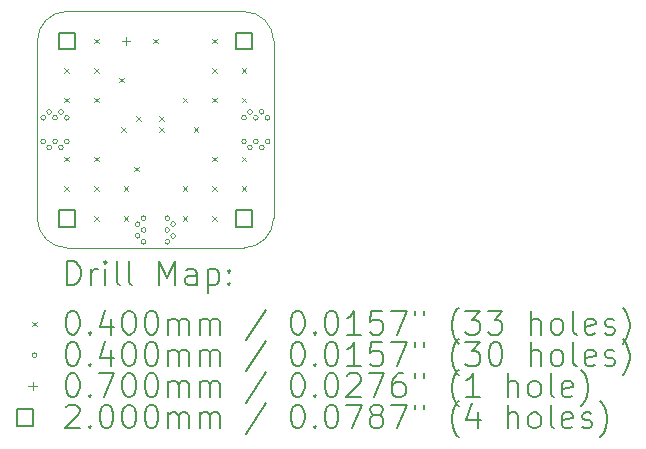
<source format=gbr>
%TF.GenerationSoftware,KiCad,Pcbnew,6.0.9+dfsg-1~bpo11+1*%
%TF.CreationDate,2022-11-28T09:52:02+01:00*%
%TF.ProjectId,017-johnson-counter,3031372d-6a6f-4686-9e73-6f6e2d636f75,1*%
%TF.SameCoordinates,Original*%
%TF.FileFunction,Drillmap*%
%TF.FilePolarity,Positive*%
%FSLAX45Y45*%
G04 Gerber Fmt 4.5, Leading zero omitted, Abs format (unit mm)*
G04 Created by KiCad (PCBNEW 6.0.9+dfsg-1~bpo11+1) date 2022-11-28 09:52:02*
%MOMM*%
%LPD*%
G01*
G04 APERTURE LIST*
%ADD10C,0.100000*%
%ADD11C,0.200000*%
%ADD12C,0.040000*%
%ADD13C,0.070000*%
G04 APERTURE END LIST*
D10*
X15250000Y-7500000D02*
G75*
G03*
X15000000Y-7750000I0J-250000D01*
G01*
X15250000Y-7500000D02*
X16750000Y-7500000D01*
X17000000Y-7750000D02*
G75*
G03*
X16750000Y-7500000I-250000J0D01*
G01*
X15000000Y-9250000D02*
X15000000Y-7750000D01*
X15000000Y-9250000D02*
G75*
G03*
X15250000Y-9500000I250000J0D01*
G01*
X17000000Y-7750000D02*
X17000000Y-9250000D01*
X16750000Y-9500000D02*
G75*
G03*
X17000000Y-9250000I0J250000D01*
G01*
X16750000Y-9500000D02*
X15250000Y-9500000D01*
D11*
D12*
X15230000Y-7980000D02*
X15270000Y-8020000D01*
X15270000Y-7980000D02*
X15230000Y-8020000D01*
X15230000Y-8230000D02*
X15270000Y-8270000D01*
X15270000Y-8230000D02*
X15230000Y-8270000D01*
X15230000Y-8730000D02*
X15270000Y-8770000D01*
X15270000Y-8730000D02*
X15230000Y-8770000D01*
X15230000Y-8980000D02*
X15270000Y-9020000D01*
X15270000Y-8980000D02*
X15230000Y-9020000D01*
X15480000Y-7730000D02*
X15520000Y-7770000D01*
X15520000Y-7730000D02*
X15480000Y-7770000D01*
X15480000Y-7980000D02*
X15520000Y-8020000D01*
X15520000Y-7980000D02*
X15480000Y-8020000D01*
X15480000Y-8230000D02*
X15520000Y-8270000D01*
X15520000Y-8230000D02*
X15480000Y-8270000D01*
X15480000Y-8730000D02*
X15520000Y-8770000D01*
X15520000Y-8730000D02*
X15480000Y-8770000D01*
X15480000Y-8980000D02*
X15520000Y-9020000D01*
X15520000Y-8980000D02*
X15480000Y-9020000D01*
X15480000Y-9230000D02*
X15520000Y-9270000D01*
X15520000Y-9230000D02*
X15480000Y-9270000D01*
X15694980Y-8059740D02*
X15734980Y-8099740D01*
X15734980Y-8059740D02*
X15694980Y-8099740D01*
X15706570Y-8481047D02*
X15746570Y-8521047D01*
X15746570Y-8481047D02*
X15706570Y-8521047D01*
X15730000Y-8980000D02*
X15770000Y-9020000D01*
X15770000Y-8980000D02*
X15730000Y-9020000D01*
X15730000Y-9230000D02*
X15770000Y-9270000D01*
X15770000Y-9230000D02*
X15730000Y-9270000D01*
X15816900Y-8814120D02*
X15856900Y-8854120D01*
X15856900Y-8814120D02*
X15816900Y-8854120D01*
X15836570Y-8387400D02*
X15876570Y-8427400D01*
X15876570Y-8387400D02*
X15836570Y-8427400D01*
X15980000Y-7730000D02*
X16020000Y-7770000D01*
X16020000Y-7730000D02*
X15980000Y-7770000D01*
X16031950Y-8386506D02*
X16071950Y-8426506D01*
X16071950Y-8386506D02*
X16031950Y-8426506D01*
X16031950Y-8481697D02*
X16071950Y-8521697D01*
X16071950Y-8481697D02*
X16031950Y-8521697D01*
X16230000Y-8230000D02*
X16270000Y-8270000D01*
X16270000Y-8230000D02*
X16230000Y-8270000D01*
X16230000Y-8980000D02*
X16270000Y-9020000D01*
X16270000Y-8980000D02*
X16230000Y-9020000D01*
X16230000Y-9230000D02*
X16270000Y-9270000D01*
X16270000Y-9230000D02*
X16230000Y-9270000D01*
X16322360Y-8476300D02*
X16362360Y-8516300D01*
X16362360Y-8476300D02*
X16322360Y-8516300D01*
X16480000Y-7730000D02*
X16520000Y-7770000D01*
X16520000Y-7730000D02*
X16480000Y-7770000D01*
X16480000Y-7980000D02*
X16520000Y-8020000D01*
X16520000Y-7980000D02*
X16480000Y-8020000D01*
X16480000Y-8230000D02*
X16520000Y-8270000D01*
X16520000Y-8230000D02*
X16480000Y-8270000D01*
X16480000Y-8730000D02*
X16520000Y-8770000D01*
X16520000Y-8730000D02*
X16480000Y-8770000D01*
X16480000Y-8980000D02*
X16520000Y-9020000D01*
X16520000Y-8980000D02*
X16480000Y-9020000D01*
X16480000Y-9230000D02*
X16520000Y-9270000D01*
X16520000Y-9230000D02*
X16480000Y-9270000D01*
X16730000Y-7980000D02*
X16770000Y-8020000D01*
X16770000Y-7980000D02*
X16730000Y-8020000D01*
X16730000Y-8230000D02*
X16770000Y-8270000D01*
X16770000Y-8230000D02*
X16730000Y-8270000D01*
X16730000Y-8730000D02*
X16770000Y-8770000D01*
X16770000Y-8730000D02*
X16730000Y-8770000D01*
X16730000Y-8980000D02*
X16770000Y-9020000D01*
X16770000Y-8980000D02*
X16730000Y-9020000D01*
X15070000Y-8400000D02*
G75*
G03*
X15070000Y-8400000I-20000J0D01*
G01*
X15070000Y-8600000D02*
G75*
G03*
X15070000Y-8600000I-20000J0D01*
G01*
X15120000Y-8350000D02*
G75*
G03*
X15120000Y-8350000I-20000J0D01*
G01*
X15120000Y-8650000D02*
G75*
G03*
X15120000Y-8650000I-20000J0D01*
G01*
X15170000Y-8400000D02*
G75*
G03*
X15170000Y-8400000I-20000J0D01*
G01*
X15170000Y-8600000D02*
G75*
G03*
X15170000Y-8600000I-20000J0D01*
G01*
X15220000Y-8350000D02*
G75*
G03*
X15220000Y-8350000I-20000J0D01*
G01*
X15220000Y-8650000D02*
G75*
G03*
X15220000Y-8650000I-20000J0D01*
G01*
X15270000Y-8400000D02*
G75*
G03*
X15270000Y-8400000I-20000J0D01*
G01*
X15270000Y-8600000D02*
G75*
G03*
X15270000Y-8600000I-20000J0D01*
G01*
X15870000Y-9300000D02*
G75*
G03*
X15870000Y-9300000I-20000J0D01*
G01*
X15870000Y-9400000D02*
G75*
G03*
X15870000Y-9400000I-20000J0D01*
G01*
X15920000Y-9250000D02*
G75*
G03*
X15920000Y-9250000I-20000J0D01*
G01*
X15920000Y-9350000D02*
G75*
G03*
X15920000Y-9350000I-20000J0D01*
G01*
X15920000Y-9450000D02*
G75*
G03*
X15920000Y-9450000I-20000J0D01*
G01*
X16120000Y-9250000D02*
G75*
G03*
X16120000Y-9250000I-20000J0D01*
G01*
X16120000Y-9350000D02*
G75*
G03*
X16120000Y-9350000I-20000J0D01*
G01*
X16120000Y-9450000D02*
G75*
G03*
X16120000Y-9450000I-20000J0D01*
G01*
X16170000Y-9300000D02*
G75*
G03*
X16170000Y-9300000I-20000J0D01*
G01*
X16170000Y-9400000D02*
G75*
G03*
X16170000Y-9400000I-20000J0D01*
G01*
X16770000Y-8400000D02*
G75*
G03*
X16770000Y-8400000I-20000J0D01*
G01*
X16770000Y-8600000D02*
G75*
G03*
X16770000Y-8600000I-20000J0D01*
G01*
X16820000Y-8350000D02*
G75*
G03*
X16820000Y-8350000I-20000J0D01*
G01*
X16820000Y-8650000D02*
G75*
G03*
X16820000Y-8650000I-20000J0D01*
G01*
X16870000Y-8400000D02*
G75*
G03*
X16870000Y-8400000I-20000J0D01*
G01*
X16870000Y-8600000D02*
G75*
G03*
X16870000Y-8600000I-20000J0D01*
G01*
X16920000Y-8350000D02*
G75*
G03*
X16920000Y-8350000I-20000J0D01*
G01*
X16920000Y-8650000D02*
G75*
G03*
X16920000Y-8650000I-20000J0D01*
G01*
X16970000Y-8400000D02*
G75*
G03*
X16970000Y-8400000I-20000J0D01*
G01*
X16970000Y-8600000D02*
G75*
G03*
X16970000Y-8600000I-20000J0D01*
G01*
D13*
X15750000Y-7715000D02*
X15750000Y-7785000D01*
X15715000Y-7750000D02*
X15785000Y-7750000D01*
D11*
X15320711Y-7820711D02*
X15320711Y-7679289D01*
X15179289Y-7679289D01*
X15179289Y-7820711D01*
X15320711Y-7820711D01*
X15320711Y-9320711D02*
X15320711Y-9179289D01*
X15179289Y-9179289D01*
X15179289Y-9320711D01*
X15320711Y-9320711D01*
X16820711Y-7820711D02*
X16820711Y-7679289D01*
X16679289Y-7679289D01*
X16679289Y-7820711D01*
X16820711Y-7820711D01*
X16820711Y-9320711D02*
X16820711Y-9179289D01*
X16679289Y-9179289D01*
X16679289Y-9320711D01*
X16820711Y-9320711D01*
X15252619Y-9815476D02*
X15252619Y-9615476D01*
X15300238Y-9615476D01*
X15328809Y-9625000D01*
X15347857Y-9644048D01*
X15357381Y-9663095D01*
X15366905Y-9701190D01*
X15366905Y-9729762D01*
X15357381Y-9767857D01*
X15347857Y-9786905D01*
X15328809Y-9805952D01*
X15300238Y-9815476D01*
X15252619Y-9815476D01*
X15452619Y-9815476D02*
X15452619Y-9682143D01*
X15452619Y-9720238D02*
X15462143Y-9701190D01*
X15471667Y-9691667D01*
X15490714Y-9682143D01*
X15509762Y-9682143D01*
X15576428Y-9815476D02*
X15576428Y-9682143D01*
X15576428Y-9615476D02*
X15566905Y-9625000D01*
X15576428Y-9634524D01*
X15585952Y-9625000D01*
X15576428Y-9615476D01*
X15576428Y-9634524D01*
X15700238Y-9815476D02*
X15681190Y-9805952D01*
X15671667Y-9786905D01*
X15671667Y-9615476D01*
X15805000Y-9815476D02*
X15785952Y-9805952D01*
X15776428Y-9786905D01*
X15776428Y-9615476D01*
X16033571Y-9815476D02*
X16033571Y-9615476D01*
X16100238Y-9758333D01*
X16166905Y-9615476D01*
X16166905Y-9815476D01*
X16347857Y-9815476D02*
X16347857Y-9710714D01*
X16338333Y-9691667D01*
X16319286Y-9682143D01*
X16281190Y-9682143D01*
X16262143Y-9691667D01*
X16347857Y-9805952D02*
X16328809Y-9815476D01*
X16281190Y-9815476D01*
X16262143Y-9805952D01*
X16252619Y-9786905D01*
X16252619Y-9767857D01*
X16262143Y-9748810D01*
X16281190Y-9739286D01*
X16328809Y-9739286D01*
X16347857Y-9729762D01*
X16443095Y-9682143D02*
X16443095Y-9882143D01*
X16443095Y-9691667D02*
X16462143Y-9682143D01*
X16500238Y-9682143D01*
X16519286Y-9691667D01*
X16528809Y-9701190D01*
X16538333Y-9720238D01*
X16538333Y-9777381D01*
X16528809Y-9796429D01*
X16519286Y-9805952D01*
X16500238Y-9815476D01*
X16462143Y-9815476D01*
X16443095Y-9805952D01*
X16624048Y-9796429D02*
X16633571Y-9805952D01*
X16624048Y-9815476D01*
X16614524Y-9805952D01*
X16624048Y-9796429D01*
X16624048Y-9815476D01*
X16624048Y-9691667D02*
X16633571Y-9701190D01*
X16624048Y-9710714D01*
X16614524Y-9701190D01*
X16624048Y-9691667D01*
X16624048Y-9710714D01*
D12*
X14955000Y-10125000D02*
X14995000Y-10165000D01*
X14995000Y-10125000D02*
X14955000Y-10165000D01*
D11*
X15290714Y-10035476D02*
X15309762Y-10035476D01*
X15328809Y-10045000D01*
X15338333Y-10054524D01*
X15347857Y-10073571D01*
X15357381Y-10111667D01*
X15357381Y-10159286D01*
X15347857Y-10197381D01*
X15338333Y-10216429D01*
X15328809Y-10225952D01*
X15309762Y-10235476D01*
X15290714Y-10235476D01*
X15271667Y-10225952D01*
X15262143Y-10216429D01*
X15252619Y-10197381D01*
X15243095Y-10159286D01*
X15243095Y-10111667D01*
X15252619Y-10073571D01*
X15262143Y-10054524D01*
X15271667Y-10045000D01*
X15290714Y-10035476D01*
X15443095Y-10216429D02*
X15452619Y-10225952D01*
X15443095Y-10235476D01*
X15433571Y-10225952D01*
X15443095Y-10216429D01*
X15443095Y-10235476D01*
X15624048Y-10102143D02*
X15624048Y-10235476D01*
X15576428Y-10025952D02*
X15528809Y-10168810D01*
X15652619Y-10168810D01*
X15766905Y-10035476D02*
X15785952Y-10035476D01*
X15805000Y-10045000D01*
X15814524Y-10054524D01*
X15824048Y-10073571D01*
X15833571Y-10111667D01*
X15833571Y-10159286D01*
X15824048Y-10197381D01*
X15814524Y-10216429D01*
X15805000Y-10225952D01*
X15785952Y-10235476D01*
X15766905Y-10235476D01*
X15747857Y-10225952D01*
X15738333Y-10216429D01*
X15728809Y-10197381D01*
X15719286Y-10159286D01*
X15719286Y-10111667D01*
X15728809Y-10073571D01*
X15738333Y-10054524D01*
X15747857Y-10045000D01*
X15766905Y-10035476D01*
X15957381Y-10035476D02*
X15976428Y-10035476D01*
X15995476Y-10045000D01*
X16005000Y-10054524D01*
X16014524Y-10073571D01*
X16024048Y-10111667D01*
X16024048Y-10159286D01*
X16014524Y-10197381D01*
X16005000Y-10216429D01*
X15995476Y-10225952D01*
X15976428Y-10235476D01*
X15957381Y-10235476D01*
X15938333Y-10225952D01*
X15928809Y-10216429D01*
X15919286Y-10197381D01*
X15909762Y-10159286D01*
X15909762Y-10111667D01*
X15919286Y-10073571D01*
X15928809Y-10054524D01*
X15938333Y-10045000D01*
X15957381Y-10035476D01*
X16109762Y-10235476D02*
X16109762Y-10102143D01*
X16109762Y-10121190D02*
X16119286Y-10111667D01*
X16138333Y-10102143D01*
X16166905Y-10102143D01*
X16185952Y-10111667D01*
X16195476Y-10130714D01*
X16195476Y-10235476D01*
X16195476Y-10130714D02*
X16205000Y-10111667D01*
X16224048Y-10102143D01*
X16252619Y-10102143D01*
X16271667Y-10111667D01*
X16281190Y-10130714D01*
X16281190Y-10235476D01*
X16376428Y-10235476D02*
X16376428Y-10102143D01*
X16376428Y-10121190D02*
X16385952Y-10111667D01*
X16405000Y-10102143D01*
X16433571Y-10102143D01*
X16452619Y-10111667D01*
X16462143Y-10130714D01*
X16462143Y-10235476D01*
X16462143Y-10130714D02*
X16471667Y-10111667D01*
X16490714Y-10102143D01*
X16519286Y-10102143D01*
X16538333Y-10111667D01*
X16547857Y-10130714D01*
X16547857Y-10235476D01*
X16938333Y-10025952D02*
X16766905Y-10283095D01*
X17195476Y-10035476D02*
X17214524Y-10035476D01*
X17233571Y-10045000D01*
X17243095Y-10054524D01*
X17252619Y-10073571D01*
X17262143Y-10111667D01*
X17262143Y-10159286D01*
X17252619Y-10197381D01*
X17243095Y-10216429D01*
X17233571Y-10225952D01*
X17214524Y-10235476D01*
X17195476Y-10235476D01*
X17176429Y-10225952D01*
X17166905Y-10216429D01*
X17157381Y-10197381D01*
X17147857Y-10159286D01*
X17147857Y-10111667D01*
X17157381Y-10073571D01*
X17166905Y-10054524D01*
X17176429Y-10045000D01*
X17195476Y-10035476D01*
X17347857Y-10216429D02*
X17357381Y-10225952D01*
X17347857Y-10235476D01*
X17338333Y-10225952D01*
X17347857Y-10216429D01*
X17347857Y-10235476D01*
X17481190Y-10035476D02*
X17500238Y-10035476D01*
X17519286Y-10045000D01*
X17528810Y-10054524D01*
X17538333Y-10073571D01*
X17547857Y-10111667D01*
X17547857Y-10159286D01*
X17538333Y-10197381D01*
X17528810Y-10216429D01*
X17519286Y-10225952D01*
X17500238Y-10235476D01*
X17481190Y-10235476D01*
X17462143Y-10225952D01*
X17452619Y-10216429D01*
X17443095Y-10197381D01*
X17433571Y-10159286D01*
X17433571Y-10111667D01*
X17443095Y-10073571D01*
X17452619Y-10054524D01*
X17462143Y-10045000D01*
X17481190Y-10035476D01*
X17738333Y-10235476D02*
X17624048Y-10235476D01*
X17681190Y-10235476D02*
X17681190Y-10035476D01*
X17662143Y-10064048D01*
X17643095Y-10083095D01*
X17624048Y-10092619D01*
X17919286Y-10035476D02*
X17824048Y-10035476D01*
X17814524Y-10130714D01*
X17824048Y-10121190D01*
X17843095Y-10111667D01*
X17890714Y-10111667D01*
X17909762Y-10121190D01*
X17919286Y-10130714D01*
X17928810Y-10149762D01*
X17928810Y-10197381D01*
X17919286Y-10216429D01*
X17909762Y-10225952D01*
X17890714Y-10235476D01*
X17843095Y-10235476D01*
X17824048Y-10225952D01*
X17814524Y-10216429D01*
X17995476Y-10035476D02*
X18128810Y-10035476D01*
X18043095Y-10235476D01*
X18195476Y-10035476D02*
X18195476Y-10073571D01*
X18271667Y-10035476D02*
X18271667Y-10073571D01*
X18566905Y-10311667D02*
X18557381Y-10302143D01*
X18538333Y-10273571D01*
X18528810Y-10254524D01*
X18519286Y-10225952D01*
X18509762Y-10178333D01*
X18509762Y-10140238D01*
X18519286Y-10092619D01*
X18528810Y-10064048D01*
X18538333Y-10045000D01*
X18557381Y-10016429D01*
X18566905Y-10006905D01*
X18624048Y-10035476D02*
X18747857Y-10035476D01*
X18681190Y-10111667D01*
X18709762Y-10111667D01*
X18728810Y-10121190D01*
X18738333Y-10130714D01*
X18747857Y-10149762D01*
X18747857Y-10197381D01*
X18738333Y-10216429D01*
X18728810Y-10225952D01*
X18709762Y-10235476D01*
X18652619Y-10235476D01*
X18633571Y-10225952D01*
X18624048Y-10216429D01*
X18814524Y-10035476D02*
X18938333Y-10035476D01*
X18871667Y-10111667D01*
X18900238Y-10111667D01*
X18919286Y-10121190D01*
X18928810Y-10130714D01*
X18938333Y-10149762D01*
X18938333Y-10197381D01*
X18928810Y-10216429D01*
X18919286Y-10225952D01*
X18900238Y-10235476D01*
X18843095Y-10235476D01*
X18824048Y-10225952D01*
X18814524Y-10216429D01*
X19176429Y-10235476D02*
X19176429Y-10035476D01*
X19262143Y-10235476D02*
X19262143Y-10130714D01*
X19252619Y-10111667D01*
X19233571Y-10102143D01*
X19205000Y-10102143D01*
X19185952Y-10111667D01*
X19176429Y-10121190D01*
X19385952Y-10235476D02*
X19366905Y-10225952D01*
X19357381Y-10216429D01*
X19347857Y-10197381D01*
X19347857Y-10140238D01*
X19357381Y-10121190D01*
X19366905Y-10111667D01*
X19385952Y-10102143D01*
X19414524Y-10102143D01*
X19433571Y-10111667D01*
X19443095Y-10121190D01*
X19452619Y-10140238D01*
X19452619Y-10197381D01*
X19443095Y-10216429D01*
X19433571Y-10225952D01*
X19414524Y-10235476D01*
X19385952Y-10235476D01*
X19566905Y-10235476D02*
X19547857Y-10225952D01*
X19538333Y-10206905D01*
X19538333Y-10035476D01*
X19719286Y-10225952D02*
X19700238Y-10235476D01*
X19662143Y-10235476D01*
X19643095Y-10225952D01*
X19633571Y-10206905D01*
X19633571Y-10130714D01*
X19643095Y-10111667D01*
X19662143Y-10102143D01*
X19700238Y-10102143D01*
X19719286Y-10111667D01*
X19728810Y-10130714D01*
X19728810Y-10149762D01*
X19633571Y-10168810D01*
X19805000Y-10225952D02*
X19824048Y-10235476D01*
X19862143Y-10235476D01*
X19881190Y-10225952D01*
X19890714Y-10206905D01*
X19890714Y-10197381D01*
X19881190Y-10178333D01*
X19862143Y-10168810D01*
X19833571Y-10168810D01*
X19814524Y-10159286D01*
X19805000Y-10140238D01*
X19805000Y-10130714D01*
X19814524Y-10111667D01*
X19833571Y-10102143D01*
X19862143Y-10102143D01*
X19881190Y-10111667D01*
X19957381Y-10311667D02*
X19966905Y-10302143D01*
X19985952Y-10273571D01*
X19995476Y-10254524D01*
X20005000Y-10225952D01*
X20014524Y-10178333D01*
X20014524Y-10140238D01*
X20005000Y-10092619D01*
X19995476Y-10064048D01*
X19985952Y-10045000D01*
X19966905Y-10016429D01*
X19957381Y-10006905D01*
D12*
X14995000Y-10409000D02*
G75*
G03*
X14995000Y-10409000I-20000J0D01*
G01*
D11*
X15290714Y-10299476D02*
X15309762Y-10299476D01*
X15328809Y-10309000D01*
X15338333Y-10318524D01*
X15347857Y-10337571D01*
X15357381Y-10375667D01*
X15357381Y-10423286D01*
X15347857Y-10461381D01*
X15338333Y-10480429D01*
X15328809Y-10489952D01*
X15309762Y-10499476D01*
X15290714Y-10499476D01*
X15271667Y-10489952D01*
X15262143Y-10480429D01*
X15252619Y-10461381D01*
X15243095Y-10423286D01*
X15243095Y-10375667D01*
X15252619Y-10337571D01*
X15262143Y-10318524D01*
X15271667Y-10309000D01*
X15290714Y-10299476D01*
X15443095Y-10480429D02*
X15452619Y-10489952D01*
X15443095Y-10499476D01*
X15433571Y-10489952D01*
X15443095Y-10480429D01*
X15443095Y-10499476D01*
X15624048Y-10366143D02*
X15624048Y-10499476D01*
X15576428Y-10289952D02*
X15528809Y-10432810D01*
X15652619Y-10432810D01*
X15766905Y-10299476D02*
X15785952Y-10299476D01*
X15805000Y-10309000D01*
X15814524Y-10318524D01*
X15824048Y-10337571D01*
X15833571Y-10375667D01*
X15833571Y-10423286D01*
X15824048Y-10461381D01*
X15814524Y-10480429D01*
X15805000Y-10489952D01*
X15785952Y-10499476D01*
X15766905Y-10499476D01*
X15747857Y-10489952D01*
X15738333Y-10480429D01*
X15728809Y-10461381D01*
X15719286Y-10423286D01*
X15719286Y-10375667D01*
X15728809Y-10337571D01*
X15738333Y-10318524D01*
X15747857Y-10309000D01*
X15766905Y-10299476D01*
X15957381Y-10299476D02*
X15976428Y-10299476D01*
X15995476Y-10309000D01*
X16005000Y-10318524D01*
X16014524Y-10337571D01*
X16024048Y-10375667D01*
X16024048Y-10423286D01*
X16014524Y-10461381D01*
X16005000Y-10480429D01*
X15995476Y-10489952D01*
X15976428Y-10499476D01*
X15957381Y-10499476D01*
X15938333Y-10489952D01*
X15928809Y-10480429D01*
X15919286Y-10461381D01*
X15909762Y-10423286D01*
X15909762Y-10375667D01*
X15919286Y-10337571D01*
X15928809Y-10318524D01*
X15938333Y-10309000D01*
X15957381Y-10299476D01*
X16109762Y-10499476D02*
X16109762Y-10366143D01*
X16109762Y-10385190D02*
X16119286Y-10375667D01*
X16138333Y-10366143D01*
X16166905Y-10366143D01*
X16185952Y-10375667D01*
X16195476Y-10394714D01*
X16195476Y-10499476D01*
X16195476Y-10394714D02*
X16205000Y-10375667D01*
X16224048Y-10366143D01*
X16252619Y-10366143D01*
X16271667Y-10375667D01*
X16281190Y-10394714D01*
X16281190Y-10499476D01*
X16376428Y-10499476D02*
X16376428Y-10366143D01*
X16376428Y-10385190D02*
X16385952Y-10375667D01*
X16405000Y-10366143D01*
X16433571Y-10366143D01*
X16452619Y-10375667D01*
X16462143Y-10394714D01*
X16462143Y-10499476D01*
X16462143Y-10394714D02*
X16471667Y-10375667D01*
X16490714Y-10366143D01*
X16519286Y-10366143D01*
X16538333Y-10375667D01*
X16547857Y-10394714D01*
X16547857Y-10499476D01*
X16938333Y-10289952D02*
X16766905Y-10547095D01*
X17195476Y-10299476D02*
X17214524Y-10299476D01*
X17233571Y-10309000D01*
X17243095Y-10318524D01*
X17252619Y-10337571D01*
X17262143Y-10375667D01*
X17262143Y-10423286D01*
X17252619Y-10461381D01*
X17243095Y-10480429D01*
X17233571Y-10489952D01*
X17214524Y-10499476D01*
X17195476Y-10499476D01*
X17176429Y-10489952D01*
X17166905Y-10480429D01*
X17157381Y-10461381D01*
X17147857Y-10423286D01*
X17147857Y-10375667D01*
X17157381Y-10337571D01*
X17166905Y-10318524D01*
X17176429Y-10309000D01*
X17195476Y-10299476D01*
X17347857Y-10480429D02*
X17357381Y-10489952D01*
X17347857Y-10499476D01*
X17338333Y-10489952D01*
X17347857Y-10480429D01*
X17347857Y-10499476D01*
X17481190Y-10299476D02*
X17500238Y-10299476D01*
X17519286Y-10309000D01*
X17528810Y-10318524D01*
X17538333Y-10337571D01*
X17547857Y-10375667D01*
X17547857Y-10423286D01*
X17538333Y-10461381D01*
X17528810Y-10480429D01*
X17519286Y-10489952D01*
X17500238Y-10499476D01*
X17481190Y-10499476D01*
X17462143Y-10489952D01*
X17452619Y-10480429D01*
X17443095Y-10461381D01*
X17433571Y-10423286D01*
X17433571Y-10375667D01*
X17443095Y-10337571D01*
X17452619Y-10318524D01*
X17462143Y-10309000D01*
X17481190Y-10299476D01*
X17738333Y-10499476D02*
X17624048Y-10499476D01*
X17681190Y-10499476D02*
X17681190Y-10299476D01*
X17662143Y-10328048D01*
X17643095Y-10347095D01*
X17624048Y-10356619D01*
X17919286Y-10299476D02*
X17824048Y-10299476D01*
X17814524Y-10394714D01*
X17824048Y-10385190D01*
X17843095Y-10375667D01*
X17890714Y-10375667D01*
X17909762Y-10385190D01*
X17919286Y-10394714D01*
X17928810Y-10413762D01*
X17928810Y-10461381D01*
X17919286Y-10480429D01*
X17909762Y-10489952D01*
X17890714Y-10499476D01*
X17843095Y-10499476D01*
X17824048Y-10489952D01*
X17814524Y-10480429D01*
X17995476Y-10299476D02*
X18128810Y-10299476D01*
X18043095Y-10499476D01*
X18195476Y-10299476D02*
X18195476Y-10337571D01*
X18271667Y-10299476D02*
X18271667Y-10337571D01*
X18566905Y-10575667D02*
X18557381Y-10566143D01*
X18538333Y-10537571D01*
X18528810Y-10518524D01*
X18519286Y-10489952D01*
X18509762Y-10442333D01*
X18509762Y-10404238D01*
X18519286Y-10356619D01*
X18528810Y-10328048D01*
X18538333Y-10309000D01*
X18557381Y-10280429D01*
X18566905Y-10270905D01*
X18624048Y-10299476D02*
X18747857Y-10299476D01*
X18681190Y-10375667D01*
X18709762Y-10375667D01*
X18728810Y-10385190D01*
X18738333Y-10394714D01*
X18747857Y-10413762D01*
X18747857Y-10461381D01*
X18738333Y-10480429D01*
X18728810Y-10489952D01*
X18709762Y-10499476D01*
X18652619Y-10499476D01*
X18633571Y-10489952D01*
X18624048Y-10480429D01*
X18871667Y-10299476D02*
X18890714Y-10299476D01*
X18909762Y-10309000D01*
X18919286Y-10318524D01*
X18928810Y-10337571D01*
X18938333Y-10375667D01*
X18938333Y-10423286D01*
X18928810Y-10461381D01*
X18919286Y-10480429D01*
X18909762Y-10489952D01*
X18890714Y-10499476D01*
X18871667Y-10499476D01*
X18852619Y-10489952D01*
X18843095Y-10480429D01*
X18833571Y-10461381D01*
X18824048Y-10423286D01*
X18824048Y-10375667D01*
X18833571Y-10337571D01*
X18843095Y-10318524D01*
X18852619Y-10309000D01*
X18871667Y-10299476D01*
X19176429Y-10499476D02*
X19176429Y-10299476D01*
X19262143Y-10499476D02*
X19262143Y-10394714D01*
X19252619Y-10375667D01*
X19233571Y-10366143D01*
X19205000Y-10366143D01*
X19185952Y-10375667D01*
X19176429Y-10385190D01*
X19385952Y-10499476D02*
X19366905Y-10489952D01*
X19357381Y-10480429D01*
X19347857Y-10461381D01*
X19347857Y-10404238D01*
X19357381Y-10385190D01*
X19366905Y-10375667D01*
X19385952Y-10366143D01*
X19414524Y-10366143D01*
X19433571Y-10375667D01*
X19443095Y-10385190D01*
X19452619Y-10404238D01*
X19452619Y-10461381D01*
X19443095Y-10480429D01*
X19433571Y-10489952D01*
X19414524Y-10499476D01*
X19385952Y-10499476D01*
X19566905Y-10499476D02*
X19547857Y-10489952D01*
X19538333Y-10470905D01*
X19538333Y-10299476D01*
X19719286Y-10489952D02*
X19700238Y-10499476D01*
X19662143Y-10499476D01*
X19643095Y-10489952D01*
X19633571Y-10470905D01*
X19633571Y-10394714D01*
X19643095Y-10375667D01*
X19662143Y-10366143D01*
X19700238Y-10366143D01*
X19719286Y-10375667D01*
X19728810Y-10394714D01*
X19728810Y-10413762D01*
X19633571Y-10432810D01*
X19805000Y-10489952D02*
X19824048Y-10499476D01*
X19862143Y-10499476D01*
X19881190Y-10489952D01*
X19890714Y-10470905D01*
X19890714Y-10461381D01*
X19881190Y-10442333D01*
X19862143Y-10432810D01*
X19833571Y-10432810D01*
X19814524Y-10423286D01*
X19805000Y-10404238D01*
X19805000Y-10394714D01*
X19814524Y-10375667D01*
X19833571Y-10366143D01*
X19862143Y-10366143D01*
X19881190Y-10375667D01*
X19957381Y-10575667D02*
X19966905Y-10566143D01*
X19985952Y-10537571D01*
X19995476Y-10518524D01*
X20005000Y-10489952D01*
X20014524Y-10442333D01*
X20014524Y-10404238D01*
X20005000Y-10356619D01*
X19995476Y-10328048D01*
X19985952Y-10309000D01*
X19966905Y-10280429D01*
X19957381Y-10270905D01*
D13*
X14960000Y-10638000D02*
X14960000Y-10708000D01*
X14925000Y-10673000D02*
X14995000Y-10673000D01*
D11*
X15290714Y-10563476D02*
X15309762Y-10563476D01*
X15328809Y-10573000D01*
X15338333Y-10582524D01*
X15347857Y-10601571D01*
X15357381Y-10639667D01*
X15357381Y-10687286D01*
X15347857Y-10725381D01*
X15338333Y-10744429D01*
X15328809Y-10753952D01*
X15309762Y-10763476D01*
X15290714Y-10763476D01*
X15271667Y-10753952D01*
X15262143Y-10744429D01*
X15252619Y-10725381D01*
X15243095Y-10687286D01*
X15243095Y-10639667D01*
X15252619Y-10601571D01*
X15262143Y-10582524D01*
X15271667Y-10573000D01*
X15290714Y-10563476D01*
X15443095Y-10744429D02*
X15452619Y-10753952D01*
X15443095Y-10763476D01*
X15433571Y-10753952D01*
X15443095Y-10744429D01*
X15443095Y-10763476D01*
X15519286Y-10563476D02*
X15652619Y-10563476D01*
X15566905Y-10763476D01*
X15766905Y-10563476D02*
X15785952Y-10563476D01*
X15805000Y-10573000D01*
X15814524Y-10582524D01*
X15824048Y-10601571D01*
X15833571Y-10639667D01*
X15833571Y-10687286D01*
X15824048Y-10725381D01*
X15814524Y-10744429D01*
X15805000Y-10753952D01*
X15785952Y-10763476D01*
X15766905Y-10763476D01*
X15747857Y-10753952D01*
X15738333Y-10744429D01*
X15728809Y-10725381D01*
X15719286Y-10687286D01*
X15719286Y-10639667D01*
X15728809Y-10601571D01*
X15738333Y-10582524D01*
X15747857Y-10573000D01*
X15766905Y-10563476D01*
X15957381Y-10563476D02*
X15976428Y-10563476D01*
X15995476Y-10573000D01*
X16005000Y-10582524D01*
X16014524Y-10601571D01*
X16024048Y-10639667D01*
X16024048Y-10687286D01*
X16014524Y-10725381D01*
X16005000Y-10744429D01*
X15995476Y-10753952D01*
X15976428Y-10763476D01*
X15957381Y-10763476D01*
X15938333Y-10753952D01*
X15928809Y-10744429D01*
X15919286Y-10725381D01*
X15909762Y-10687286D01*
X15909762Y-10639667D01*
X15919286Y-10601571D01*
X15928809Y-10582524D01*
X15938333Y-10573000D01*
X15957381Y-10563476D01*
X16109762Y-10763476D02*
X16109762Y-10630143D01*
X16109762Y-10649190D02*
X16119286Y-10639667D01*
X16138333Y-10630143D01*
X16166905Y-10630143D01*
X16185952Y-10639667D01*
X16195476Y-10658714D01*
X16195476Y-10763476D01*
X16195476Y-10658714D02*
X16205000Y-10639667D01*
X16224048Y-10630143D01*
X16252619Y-10630143D01*
X16271667Y-10639667D01*
X16281190Y-10658714D01*
X16281190Y-10763476D01*
X16376428Y-10763476D02*
X16376428Y-10630143D01*
X16376428Y-10649190D02*
X16385952Y-10639667D01*
X16405000Y-10630143D01*
X16433571Y-10630143D01*
X16452619Y-10639667D01*
X16462143Y-10658714D01*
X16462143Y-10763476D01*
X16462143Y-10658714D02*
X16471667Y-10639667D01*
X16490714Y-10630143D01*
X16519286Y-10630143D01*
X16538333Y-10639667D01*
X16547857Y-10658714D01*
X16547857Y-10763476D01*
X16938333Y-10553952D02*
X16766905Y-10811095D01*
X17195476Y-10563476D02*
X17214524Y-10563476D01*
X17233571Y-10573000D01*
X17243095Y-10582524D01*
X17252619Y-10601571D01*
X17262143Y-10639667D01*
X17262143Y-10687286D01*
X17252619Y-10725381D01*
X17243095Y-10744429D01*
X17233571Y-10753952D01*
X17214524Y-10763476D01*
X17195476Y-10763476D01*
X17176429Y-10753952D01*
X17166905Y-10744429D01*
X17157381Y-10725381D01*
X17147857Y-10687286D01*
X17147857Y-10639667D01*
X17157381Y-10601571D01*
X17166905Y-10582524D01*
X17176429Y-10573000D01*
X17195476Y-10563476D01*
X17347857Y-10744429D02*
X17357381Y-10753952D01*
X17347857Y-10763476D01*
X17338333Y-10753952D01*
X17347857Y-10744429D01*
X17347857Y-10763476D01*
X17481190Y-10563476D02*
X17500238Y-10563476D01*
X17519286Y-10573000D01*
X17528810Y-10582524D01*
X17538333Y-10601571D01*
X17547857Y-10639667D01*
X17547857Y-10687286D01*
X17538333Y-10725381D01*
X17528810Y-10744429D01*
X17519286Y-10753952D01*
X17500238Y-10763476D01*
X17481190Y-10763476D01*
X17462143Y-10753952D01*
X17452619Y-10744429D01*
X17443095Y-10725381D01*
X17433571Y-10687286D01*
X17433571Y-10639667D01*
X17443095Y-10601571D01*
X17452619Y-10582524D01*
X17462143Y-10573000D01*
X17481190Y-10563476D01*
X17624048Y-10582524D02*
X17633571Y-10573000D01*
X17652619Y-10563476D01*
X17700238Y-10563476D01*
X17719286Y-10573000D01*
X17728810Y-10582524D01*
X17738333Y-10601571D01*
X17738333Y-10620619D01*
X17728810Y-10649190D01*
X17614524Y-10763476D01*
X17738333Y-10763476D01*
X17805000Y-10563476D02*
X17938333Y-10563476D01*
X17852619Y-10763476D01*
X18100238Y-10563476D02*
X18062143Y-10563476D01*
X18043095Y-10573000D01*
X18033571Y-10582524D01*
X18014524Y-10611095D01*
X18005000Y-10649190D01*
X18005000Y-10725381D01*
X18014524Y-10744429D01*
X18024048Y-10753952D01*
X18043095Y-10763476D01*
X18081190Y-10763476D01*
X18100238Y-10753952D01*
X18109762Y-10744429D01*
X18119286Y-10725381D01*
X18119286Y-10677762D01*
X18109762Y-10658714D01*
X18100238Y-10649190D01*
X18081190Y-10639667D01*
X18043095Y-10639667D01*
X18024048Y-10649190D01*
X18014524Y-10658714D01*
X18005000Y-10677762D01*
X18195476Y-10563476D02*
X18195476Y-10601571D01*
X18271667Y-10563476D02*
X18271667Y-10601571D01*
X18566905Y-10839667D02*
X18557381Y-10830143D01*
X18538333Y-10801571D01*
X18528810Y-10782524D01*
X18519286Y-10753952D01*
X18509762Y-10706333D01*
X18509762Y-10668238D01*
X18519286Y-10620619D01*
X18528810Y-10592048D01*
X18538333Y-10573000D01*
X18557381Y-10544429D01*
X18566905Y-10534905D01*
X18747857Y-10763476D02*
X18633571Y-10763476D01*
X18690714Y-10763476D02*
X18690714Y-10563476D01*
X18671667Y-10592048D01*
X18652619Y-10611095D01*
X18633571Y-10620619D01*
X18985952Y-10763476D02*
X18985952Y-10563476D01*
X19071667Y-10763476D02*
X19071667Y-10658714D01*
X19062143Y-10639667D01*
X19043095Y-10630143D01*
X19014524Y-10630143D01*
X18995476Y-10639667D01*
X18985952Y-10649190D01*
X19195476Y-10763476D02*
X19176429Y-10753952D01*
X19166905Y-10744429D01*
X19157381Y-10725381D01*
X19157381Y-10668238D01*
X19166905Y-10649190D01*
X19176429Y-10639667D01*
X19195476Y-10630143D01*
X19224048Y-10630143D01*
X19243095Y-10639667D01*
X19252619Y-10649190D01*
X19262143Y-10668238D01*
X19262143Y-10725381D01*
X19252619Y-10744429D01*
X19243095Y-10753952D01*
X19224048Y-10763476D01*
X19195476Y-10763476D01*
X19376429Y-10763476D02*
X19357381Y-10753952D01*
X19347857Y-10734905D01*
X19347857Y-10563476D01*
X19528810Y-10753952D02*
X19509762Y-10763476D01*
X19471667Y-10763476D01*
X19452619Y-10753952D01*
X19443095Y-10734905D01*
X19443095Y-10658714D01*
X19452619Y-10639667D01*
X19471667Y-10630143D01*
X19509762Y-10630143D01*
X19528810Y-10639667D01*
X19538333Y-10658714D01*
X19538333Y-10677762D01*
X19443095Y-10696810D01*
X19605000Y-10839667D02*
X19614524Y-10830143D01*
X19633571Y-10801571D01*
X19643095Y-10782524D01*
X19652619Y-10753952D01*
X19662143Y-10706333D01*
X19662143Y-10668238D01*
X19652619Y-10620619D01*
X19643095Y-10592048D01*
X19633571Y-10573000D01*
X19614524Y-10544429D01*
X19605000Y-10534905D01*
X14965711Y-11007711D02*
X14965711Y-10866289D01*
X14824289Y-10866289D01*
X14824289Y-11007711D01*
X14965711Y-11007711D01*
X15243095Y-10846524D02*
X15252619Y-10837000D01*
X15271667Y-10827476D01*
X15319286Y-10827476D01*
X15338333Y-10837000D01*
X15347857Y-10846524D01*
X15357381Y-10865571D01*
X15357381Y-10884619D01*
X15347857Y-10913190D01*
X15233571Y-11027476D01*
X15357381Y-11027476D01*
X15443095Y-11008429D02*
X15452619Y-11017952D01*
X15443095Y-11027476D01*
X15433571Y-11017952D01*
X15443095Y-11008429D01*
X15443095Y-11027476D01*
X15576428Y-10827476D02*
X15595476Y-10827476D01*
X15614524Y-10837000D01*
X15624048Y-10846524D01*
X15633571Y-10865571D01*
X15643095Y-10903667D01*
X15643095Y-10951286D01*
X15633571Y-10989381D01*
X15624048Y-11008429D01*
X15614524Y-11017952D01*
X15595476Y-11027476D01*
X15576428Y-11027476D01*
X15557381Y-11017952D01*
X15547857Y-11008429D01*
X15538333Y-10989381D01*
X15528809Y-10951286D01*
X15528809Y-10903667D01*
X15538333Y-10865571D01*
X15547857Y-10846524D01*
X15557381Y-10837000D01*
X15576428Y-10827476D01*
X15766905Y-10827476D02*
X15785952Y-10827476D01*
X15805000Y-10837000D01*
X15814524Y-10846524D01*
X15824048Y-10865571D01*
X15833571Y-10903667D01*
X15833571Y-10951286D01*
X15824048Y-10989381D01*
X15814524Y-11008429D01*
X15805000Y-11017952D01*
X15785952Y-11027476D01*
X15766905Y-11027476D01*
X15747857Y-11017952D01*
X15738333Y-11008429D01*
X15728809Y-10989381D01*
X15719286Y-10951286D01*
X15719286Y-10903667D01*
X15728809Y-10865571D01*
X15738333Y-10846524D01*
X15747857Y-10837000D01*
X15766905Y-10827476D01*
X15957381Y-10827476D02*
X15976428Y-10827476D01*
X15995476Y-10837000D01*
X16005000Y-10846524D01*
X16014524Y-10865571D01*
X16024048Y-10903667D01*
X16024048Y-10951286D01*
X16014524Y-10989381D01*
X16005000Y-11008429D01*
X15995476Y-11017952D01*
X15976428Y-11027476D01*
X15957381Y-11027476D01*
X15938333Y-11017952D01*
X15928809Y-11008429D01*
X15919286Y-10989381D01*
X15909762Y-10951286D01*
X15909762Y-10903667D01*
X15919286Y-10865571D01*
X15928809Y-10846524D01*
X15938333Y-10837000D01*
X15957381Y-10827476D01*
X16109762Y-11027476D02*
X16109762Y-10894143D01*
X16109762Y-10913190D02*
X16119286Y-10903667D01*
X16138333Y-10894143D01*
X16166905Y-10894143D01*
X16185952Y-10903667D01*
X16195476Y-10922714D01*
X16195476Y-11027476D01*
X16195476Y-10922714D02*
X16205000Y-10903667D01*
X16224048Y-10894143D01*
X16252619Y-10894143D01*
X16271667Y-10903667D01*
X16281190Y-10922714D01*
X16281190Y-11027476D01*
X16376428Y-11027476D02*
X16376428Y-10894143D01*
X16376428Y-10913190D02*
X16385952Y-10903667D01*
X16405000Y-10894143D01*
X16433571Y-10894143D01*
X16452619Y-10903667D01*
X16462143Y-10922714D01*
X16462143Y-11027476D01*
X16462143Y-10922714D02*
X16471667Y-10903667D01*
X16490714Y-10894143D01*
X16519286Y-10894143D01*
X16538333Y-10903667D01*
X16547857Y-10922714D01*
X16547857Y-11027476D01*
X16938333Y-10817952D02*
X16766905Y-11075095D01*
X17195476Y-10827476D02*
X17214524Y-10827476D01*
X17233571Y-10837000D01*
X17243095Y-10846524D01*
X17252619Y-10865571D01*
X17262143Y-10903667D01*
X17262143Y-10951286D01*
X17252619Y-10989381D01*
X17243095Y-11008429D01*
X17233571Y-11017952D01*
X17214524Y-11027476D01*
X17195476Y-11027476D01*
X17176429Y-11017952D01*
X17166905Y-11008429D01*
X17157381Y-10989381D01*
X17147857Y-10951286D01*
X17147857Y-10903667D01*
X17157381Y-10865571D01*
X17166905Y-10846524D01*
X17176429Y-10837000D01*
X17195476Y-10827476D01*
X17347857Y-11008429D02*
X17357381Y-11017952D01*
X17347857Y-11027476D01*
X17338333Y-11017952D01*
X17347857Y-11008429D01*
X17347857Y-11027476D01*
X17481190Y-10827476D02*
X17500238Y-10827476D01*
X17519286Y-10837000D01*
X17528810Y-10846524D01*
X17538333Y-10865571D01*
X17547857Y-10903667D01*
X17547857Y-10951286D01*
X17538333Y-10989381D01*
X17528810Y-11008429D01*
X17519286Y-11017952D01*
X17500238Y-11027476D01*
X17481190Y-11027476D01*
X17462143Y-11017952D01*
X17452619Y-11008429D01*
X17443095Y-10989381D01*
X17433571Y-10951286D01*
X17433571Y-10903667D01*
X17443095Y-10865571D01*
X17452619Y-10846524D01*
X17462143Y-10837000D01*
X17481190Y-10827476D01*
X17614524Y-10827476D02*
X17747857Y-10827476D01*
X17662143Y-11027476D01*
X17852619Y-10913190D02*
X17833571Y-10903667D01*
X17824048Y-10894143D01*
X17814524Y-10875095D01*
X17814524Y-10865571D01*
X17824048Y-10846524D01*
X17833571Y-10837000D01*
X17852619Y-10827476D01*
X17890714Y-10827476D01*
X17909762Y-10837000D01*
X17919286Y-10846524D01*
X17928810Y-10865571D01*
X17928810Y-10875095D01*
X17919286Y-10894143D01*
X17909762Y-10903667D01*
X17890714Y-10913190D01*
X17852619Y-10913190D01*
X17833571Y-10922714D01*
X17824048Y-10932238D01*
X17814524Y-10951286D01*
X17814524Y-10989381D01*
X17824048Y-11008429D01*
X17833571Y-11017952D01*
X17852619Y-11027476D01*
X17890714Y-11027476D01*
X17909762Y-11017952D01*
X17919286Y-11008429D01*
X17928810Y-10989381D01*
X17928810Y-10951286D01*
X17919286Y-10932238D01*
X17909762Y-10922714D01*
X17890714Y-10913190D01*
X17995476Y-10827476D02*
X18128810Y-10827476D01*
X18043095Y-11027476D01*
X18195476Y-10827476D02*
X18195476Y-10865571D01*
X18271667Y-10827476D02*
X18271667Y-10865571D01*
X18566905Y-11103667D02*
X18557381Y-11094143D01*
X18538333Y-11065571D01*
X18528810Y-11046524D01*
X18519286Y-11017952D01*
X18509762Y-10970333D01*
X18509762Y-10932238D01*
X18519286Y-10884619D01*
X18528810Y-10856048D01*
X18538333Y-10837000D01*
X18557381Y-10808429D01*
X18566905Y-10798905D01*
X18728810Y-10894143D02*
X18728810Y-11027476D01*
X18681190Y-10817952D02*
X18633571Y-10960810D01*
X18757381Y-10960810D01*
X18985952Y-11027476D02*
X18985952Y-10827476D01*
X19071667Y-11027476D02*
X19071667Y-10922714D01*
X19062143Y-10903667D01*
X19043095Y-10894143D01*
X19014524Y-10894143D01*
X18995476Y-10903667D01*
X18985952Y-10913190D01*
X19195476Y-11027476D02*
X19176429Y-11017952D01*
X19166905Y-11008429D01*
X19157381Y-10989381D01*
X19157381Y-10932238D01*
X19166905Y-10913190D01*
X19176429Y-10903667D01*
X19195476Y-10894143D01*
X19224048Y-10894143D01*
X19243095Y-10903667D01*
X19252619Y-10913190D01*
X19262143Y-10932238D01*
X19262143Y-10989381D01*
X19252619Y-11008429D01*
X19243095Y-11017952D01*
X19224048Y-11027476D01*
X19195476Y-11027476D01*
X19376429Y-11027476D02*
X19357381Y-11017952D01*
X19347857Y-10998905D01*
X19347857Y-10827476D01*
X19528810Y-11017952D02*
X19509762Y-11027476D01*
X19471667Y-11027476D01*
X19452619Y-11017952D01*
X19443095Y-10998905D01*
X19443095Y-10922714D01*
X19452619Y-10903667D01*
X19471667Y-10894143D01*
X19509762Y-10894143D01*
X19528810Y-10903667D01*
X19538333Y-10922714D01*
X19538333Y-10941762D01*
X19443095Y-10960810D01*
X19614524Y-11017952D02*
X19633571Y-11027476D01*
X19671667Y-11027476D01*
X19690714Y-11017952D01*
X19700238Y-10998905D01*
X19700238Y-10989381D01*
X19690714Y-10970333D01*
X19671667Y-10960810D01*
X19643095Y-10960810D01*
X19624048Y-10951286D01*
X19614524Y-10932238D01*
X19614524Y-10922714D01*
X19624048Y-10903667D01*
X19643095Y-10894143D01*
X19671667Y-10894143D01*
X19690714Y-10903667D01*
X19766905Y-11103667D02*
X19776429Y-11094143D01*
X19795476Y-11065571D01*
X19805000Y-11046524D01*
X19814524Y-11017952D01*
X19824048Y-10970333D01*
X19824048Y-10932238D01*
X19814524Y-10884619D01*
X19805000Y-10856048D01*
X19795476Y-10837000D01*
X19776429Y-10808429D01*
X19766905Y-10798905D01*
M02*

</source>
